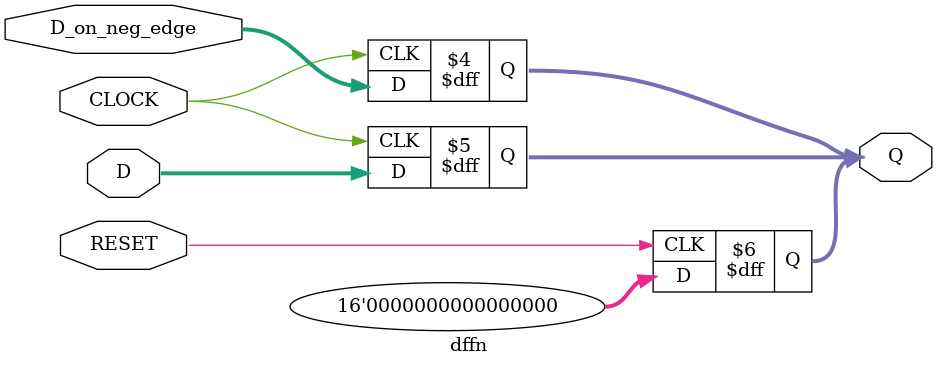
<source format=sv>
`ifndef DFFN
`define DFFN

`timescale 1ns/100ps

module dffn
    #(parameter n = 16)(
    //
    // ---------------- PORT DEFINITIONS ----------------
    //
    input  logic CLOCK, RESET,
    input  logic [(n-1):0] D_on_neg_edge,
    input  logic [(n-1):0] D,
    output logic [(n-1):0] Q
);
    //
    // ---------------- MODULE DESIGN IMPLEMENTATION ----------------
    //
    always @(posedge RESET) begin
        Q <= 0;
    end

    always @(posedge CLOCK) begin
        Q <= D;
    end

    always @(negedge CLOCK) begin
        Q <= D_on_neg_edge;
    end
endmodule

`endif // DFF

</source>
